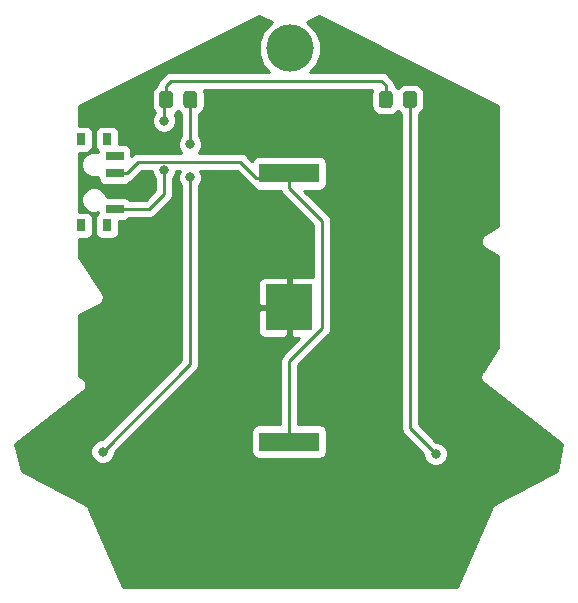
<source format=gbr>
G04 #@! TF.GenerationSoftware,KiCad,Pcbnew,5.0.2+dfsg1-1*
G04 #@! TF.CreationDate,2019-05-16T07:21:41+02:00*
G04 #@! TF.ProjectId,5thpcbway,35746870-6362-4776-9179-2e6b69636164,rev?*
G04 #@! TF.SameCoordinates,Original*
G04 #@! TF.FileFunction,Copper,L2,Bot*
G04 #@! TF.FilePolarity,Positive*
%FSLAX46Y46*%
G04 Gerber Fmt 4.6, Leading zero omitted, Abs format (unit mm)*
G04 Created by KiCad (PCBNEW 5.0.2+dfsg1-1) date jue 16 may 2019 07:21:41 CEST*
%MOMM*%
%LPD*%
G01*
G04 APERTURE LIST*
G04 #@! TA.AperFunction,ComponentPad*
%ADD10C,4.000000*%
G04 #@! TD*
G04 #@! TA.AperFunction,SMDPad,CuDef*
%ADD11R,3.960000X3.960000*%
G04 #@! TD*
G04 #@! TA.AperFunction,SMDPad,CuDef*
%ADD12R,5.100000X1.640000*%
G04 #@! TD*
G04 #@! TA.AperFunction,SMDPad,CuDef*
%ADD13R,1.500000X0.700000*%
G04 #@! TD*
G04 #@! TA.AperFunction,SMDPad,CuDef*
%ADD14R,0.800000X1.000000*%
G04 #@! TD*
G04 #@! TA.AperFunction,Conductor*
%ADD15C,0.100000*%
G04 #@! TD*
G04 #@! TA.AperFunction,SMDPad,CuDef*
%ADD16C,1.150000*%
G04 #@! TD*
G04 #@! TA.AperFunction,ViaPad*
%ADD17C,0.800000*%
G04 #@! TD*
G04 #@! TA.AperFunction,Conductor*
%ADD18C,0.250000*%
G04 #@! TD*
G04 #@! TA.AperFunction,Conductor*
%ADD19C,0.254000*%
G04 #@! TD*
G04 APERTURE END LIST*
D10*
G04 #@! TO.P,REF\002A\002A,1*
G04 #@! TO.N,N/C*
X186650000Y-56650000D03*
G04 #@! TD*
D11*
G04 #@! TO.P,BT1,2*
G04 #@! TO.N,GND*
X186600000Y-78600000D03*
D12*
G04 #@! TO.P,BT1,1*
G04 #@! TO.N,Net-(BT1-Pad1)*
X186600000Y-89960000D03*
X186600000Y-67240000D03*
G04 #@! TD*
D13*
G04 #@! TO.P,SW1,1*
G04 #@! TO.N,Net-(R1-Pad2)*
X171830000Y-70250000D03*
G04 #@! TO.P,SW1,2*
G04 #@! TO.N,Net-(BT1-Pad1)*
X171830000Y-67250000D03*
G04 #@! TO.P,SW1,3*
G04 #@! TO.N,Net-(SW1-Pad3)*
X171830000Y-65750000D03*
D14*
G04 #@! TO.P,SW1,*
G04 #@! TO.N,*
X168970000Y-71650000D03*
X168970000Y-64350000D03*
X171180000Y-64350000D03*
X171180000Y-71650000D03*
G04 #@! TD*
D15*
G04 #@! TO.N,Net-(D2-Pad2)*
G04 #@! TO.C,R2*
G36*
X197174505Y-60301204D02*
X197198773Y-60304804D01*
X197222572Y-60310765D01*
X197245671Y-60319030D01*
X197267850Y-60329520D01*
X197288893Y-60342132D01*
X197308599Y-60356747D01*
X197326777Y-60373223D01*
X197343253Y-60391401D01*
X197357868Y-60411107D01*
X197370480Y-60432150D01*
X197380970Y-60454329D01*
X197389235Y-60477428D01*
X197395196Y-60501227D01*
X197398796Y-60525495D01*
X197400000Y-60549999D01*
X197400000Y-61450001D01*
X197398796Y-61474505D01*
X197395196Y-61498773D01*
X197389235Y-61522572D01*
X197380970Y-61545671D01*
X197370480Y-61567850D01*
X197357868Y-61588893D01*
X197343253Y-61608599D01*
X197326777Y-61626777D01*
X197308599Y-61643253D01*
X197288893Y-61657868D01*
X197267850Y-61670480D01*
X197245671Y-61680970D01*
X197222572Y-61689235D01*
X197198773Y-61695196D01*
X197174505Y-61698796D01*
X197150001Y-61700000D01*
X196499999Y-61700000D01*
X196475495Y-61698796D01*
X196451227Y-61695196D01*
X196427428Y-61689235D01*
X196404329Y-61680970D01*
X196382150Y-61670480D01*
X196361107Y-61657868D01*
X196341401Y-61643253D01*
X196323223Y-61626777D01*
X196306747Y-61608599D01*
X196292132Y-61588893D01*
X196279520Y-61567850D01*
X196269030Y-61545671D01*
X196260765Y-61522572D01*
X196254804Y-61498773D01*
X196251204Y-61474505D01*
X196250000Y-61450001D01*
X196250000Y-60549999D01*
X196251204Y-60525495D01*
X196254804Y-60501227D01*
X196260765Y-60477428D01*
X196269030Y-60454329D01*
X196279520Y-60432150D01*
X196292132Y-60411107D01*
X196306747Y-60391401D01*
X196323223Y-60373223D01*
X196341401Y-60356747D01*
X196361107Y-60342132D01*
X196382150Y-60329520D01*
X196404329Y-60319030D01*
X196427428Y-60310765D01*
X196451227Y-60304804D01*
X196475495Y-60301204D01*
X196499999Y-60300000D01*
X197150001Y-60300000D01*
X197174505Y-60301204D01*
X197174505Y-60301204D01*
G37*
D16*
G04 #@! TD*
G04 #@! TO.P,R2,2*
G04 #@! TO.N,Net-(D2-Pad2)*
X196825000Y-61000000D03*
D15*
G04 #@! TO.N,Net-(R1-Pad2)*
G04 #@! TO.C,R2*
G36*
X195124505Y-60301204D02*
X195148773Y-60304804D01*
X195172572Y-60310765D01*
X195195671Y-60319030D01*
X195217850Y-60329520D01*
X195238893Y-60342132D01*
X195258599Y-60356747D01*
X195276777Y-60373223D01*
X195293253Y-60391401D01*
X195307868Y-60411107D01*
X195320480Y-60432150D01*
X195330970Y-60454329D01*
X195339235Y-60477428D01*
X195345196Y-60501227D01*
X195348796Y-60525495D01*
X195350000Y-60549999D01*
X195350000Y-61450001D01*
X195348796Y-61474505D01*
X195345196Y-61498773D01*
X195339235Y-61522572D01*
X195330970Y-61545671D01*
X195320480Y-61567850D01*
X195307868Y-61588893D01*
X195293253Y-61608599D01*
X195276777Y-61626777D01*
X195258599Y-61643253D01*
X195238893Y-61657868D01*
X195217850Y-61670480D01*
X195195671Y-61680970D01*
X195172572Y-61689235D01*
X195148773Y-61695196D01*
X195124505Y-61698796D01*
X195100001Y-61700000D01*
X194449999Y-61700000D01*
X194425495Y-61698796D01*
X194401227Y-61695196D01*
X194377428Y-61689235D01*
X194354329Y-61680970D01*
X194332150Y-61670480D01*
X194311107Y-61657868D01*
X194291401Y-61643253D01*
X194273223Y-61626777D01*
X194256747Y-61608599D01*
X194242132Y-61588893D01*
X194229520Y-61567850D01*
X194219030Y-61545671D01*
X194210765Y-61522572D01*
X194204804Y-61498773D01*
X194201204Y-61474505D01*
X194200000Y-61450001D01*
X194200000Y-60549999D01*
X194201204Y-60525495D01*
X194204804Y-60501227D01*
X194210765Y-60477428D01*
X194219030Y-60454329D01*
X194229520Y-60432150D01*
X194242132Y-60411107D01*
X194256747Y-60391401D01*
X194273223Y-60373223D01*
X194291401Y-60356747D01*
X194311107Y-60342132D01*
X194332150Y-60329520D01*
X194354329Y-60319030D01*
X194377428Y-60310765D01*
X194401227Y-60304804D01*
X194425495Y-60301204D01*
X194449999Y-60300000D01*
X195100001Y-60300000D01*
X195124505Y-60301204D01*
X195124505Y-60301204D01*
G37*
D16*
G04 #@! TD*
G04 #@! TO.P,R2,1*
G04 #@! TO.N,Net-(R1-Pad2)*
X194775000Y-61000000D03*
D15*
G04 #@! TO.N,Net-(D1-Pad2)*
G04 #@! TO.C,R1*
G36*
X178574505Y-60301204D02*
X178598773Y-60304804D01*
X178622572Y-60310765D01*
X178645671Y-60319030D01*
X178667850Y-60329520D01*
X178688893Y-60342132D01*
X178708599Y-60356747D01*
X178726777Y-60373223D01*
X178743253Y-60391401D01*
X178757868Y-60411107D01*
X178770480Y-60432150D01*
X178780970Y-60454329D01*
X178789235Y-60477428D01*
X178795196Y-60501227D01*
X178798796Y-60525495D01*
X178800000Y-60549999D01*
X178800000Y-61450001D01*
X178798796Y-61474505D01*
X178795196Y-61498773D01*
X178789235Y-61522572D01*
X178780970Y-61545671D01*
X178770480Y-61567850D01*
X178757868Y-61588893D01*
X178743253Y-61608599D01*
X178726777Y-61626777D01*
X178708599Y-61643253D01*
X178688893Y-61657868D01*
X178667850Y-61670480D01*
X178645671Y-61680970D01*
X178622572Y-61689235D01*
X178598773Y-61695196D01*
X178574505Y-61698796D01*
X178550001Y-61700000D01*
X177899999Y-61700000D01*
X177875495Y-61698796D01*
X177851227Y-61695196D01*
X177827428Y-61689235D01*
X177804329Y-61680970D01*
X177782150Y-61670480D01*
X177761107Y-61657868D01*
X177741401Y-61643253D01*
X177723223Y-61626777D01*
X177706747Y-61608599D01*
X177692132Y-61588893D01*
X177679520Y-61567850D01*
X177669030Y-61545671D01*
X177660765Y-61522572D01*
X177654804Y-61498773D01*
X177651204Y-61474505D01*
X177650000Y-61450001D01*
X177650000Y-60549999D01*
X177651204Y-60525495D01*
X177654804Y-60501227D01*
X177660765Y-60477428D01*
X177669030Y-60454329D01*
X177679520Y-60432150D01*
X177692132Y-60411107D01*
X177706747Y-60391401D01*
X177723223Y-60373223D01*
X177741401Y-60356747D01*
X177761107Y-60342132D01*
X177782150Y-60329520D01*
X177804329Y-60319030D01*
X177827428Y-60310765D01*
X177851227Y-60304804D01*
X177875495Y-60301204D01*
X177899999Y-60300000D01*
X178550001Y-60300000D01*
X178574505Y-60301204D01*
X178574505Y-60301204D01*
G37*
D16*
G04 #@! TD*
G04 #@! TO.P,R1,1*
G04 #@! TO.N,Net-(D1-Pad2)*
X178225000Y-61000000D03*
D15*
G04 #@! TO.N,Net-(R1-Pad2)*
G04 #@! TO.C,R1*
G36*
X176524505Y-60301204D02*
X176548773Y-60304804D01*
X176572572Y-60310765D01*
X176595671Y-60319030D01*
X176617850Y-60329520D01*
X176638893Y-60342132D01*
X176658599Y-60356747D01*
X176676777Y-60373223D01*
X176693253Y-60391401D01*
X176707868Y-60411107D01*
X176720480Y-60432150D01*
X176730970Y-60454329D01*
X176739235Y-60477428D01*
X176745196Y-60501227D01*
X176748796Y-60525495D01*
X176750000Y-60549999D01*
X176750000Y-61450001D01*
X176748796Y-61474505D01*
X176745196Y-61498773D01*
X176739235Y-61522572D01*
X176730970Y-61545671D01*
X176720480Y-61567850D01*
X176707868Y-61588893D01*
X176693253Y-61608599D01*
X176676777Y-61626777D01*
X176658599Y-61643253D01*
X176638893Y-61657868D01*
X176617850Y-61670480D01*
X176595671Y-61680970D01*
X176572572Y-61689235D01*
X176548773Y-61695196D01*
X176524505Y-61698796D01*
X176500001Y-61700000D01*
X175849999Y-61700000D01*
X175825495Y-61698796D01*
X175801227Y-61695196D01*
X175777428Y-61689235D01*
X175754329Y-61680970D01*
X175732150Y-61670480D01*
X175711107Y-61657868D01*
X175691401Y-61643253D01*
X175673223Y-61626777D01*
X175656747Y-61608599D01*
X175642132Y-61588893D01*
X175629520Y-61567850D01*
X175619030Y-61545671D01*
X175610765Y-61522572D01*
X175604804Y-61498773D01*
X175601204Y-61474505D01*
X175600000Y-61450001D01*
X175600000Y-60549999D01*
X175601204Y-60525495D01*
X175604804Y-60501227D01*
X175610765Y-60477428D01*
X175619030Y-60454329D01*
X175629520Y-60432150D01*
X175642132Y-60411107D01*
X175656747Y-60391401D01*
X175673223Y-60373223D01*
X175691401Y-60356747D01*
X175711107Y-60342132D01*
X175732150Y-60329520D01*
X175754329Y-60319030D01*
X175777428Y-60310765D01*
X175801227Y-60304804D01*
X175825495Y-60301204D01*
X175849999Y-60300000D01*
X176500001Y-60300000D01*
X176524505Y-60301204D01*
X176524505Y-60301204D01*
G37*
D16*
G04 #@! TD*
G04 #@! TO.P,R1,2*
G04 #@! TO.N,Net-(R1-Pad2)*
X176175000Y-61000000D03*
D17*
G04 #@! TO.N,Net-(D1-Pad2)*
X170800000Y-90800000D03*
X178200000Y-64800000D03*
X178200000Y-67599990D03*
G04 #@! TO.N,Net-(R1-Pad2)*
X176000000Y-62800000D03*
X176000000Y-67000000D03*
G04 #@! TO.N,Net-(D2-Pad2)*
X199000000Y-91000000D03*
G04 #@! TO.N,GND*
X205000000Y-92999998D03*
X168800000Y-93400000D03*
G04 #@! TD*
D18*
G04 #@! TO.N,Net-(D1-Pad2)*
X178225000Y-61000000D02*
X178225000Y-64775000D01*
X178225000Y-64775000D02*
X178200000Y-64800000D01*
X178200000Y-83400000D02*
X178200000Y-68165675D01*
X178200000Y-68165675D02*
X178200000Y-67599990D01*
X170800000Y-90800000D02*
X178200000Y-83400000D01*
G04 #@! TO.N,Net-(R1-Pad2)*
X176000000Y-61175000D02*
X176175000Y-61000000D01*
X176000000Y-62800000D02*
X176000000Y-61175000D01*
X176175000Y-59825000D02*
X176175000Y-61000000D01*
X176600000Y-59400000D02*
X176175000Y-59825000D01*
X194400000Y-59400000D02*
X176600000Y-59400000D01*
X194775000Y-61000000D02*
X194775000Y-59775000D01*
X194775000Y-59775000D02*
X194400000Y-59400000D01*
X176000000Y-69000000D02*
X176000000Y-67000000D01*
X176000000Y-69000000D02*
X174750000Y-70250000D01*
X174750000Y-70250000D02*
X171830000Y-70250000D01*
G04 #@! TO.N,Net-(D2-Pad2)*
X196825000Y-61000000D02*
X196825000Y-88825000D01*
X198600001Y-90600001D02*
X199000000Y-91000000D01*
X196825000Y-88825000D02*
X198600001Y-90600001D01*
G04 #@! TO.N,GND*
X179200000Y-89800000D02*
X182399998Y-92999998D01*
X182399998Y-92999998D02*
X204434315Y-92999998D01*
X204434315Y-92999998D02*
X205000000Y-92999998D01*
X186600000Y-78600000D02*
X186600000Y-80830000D01*
X179200000Y-88230000D02*
X179200000Y-89800000D01*
X186600000Y-80830000D02*
X179200000Y-88230000D01*
X175000000Y-93400000D02*
X169365685Y-93400000D01*
X169365685Y-93400000D02*
X168800000Y-93400000D01*
X186600000Y-81800000D02*
X175000000Y-93400000D01*
X186600000Y-78600000D02*
X186600000Y-81800000D01*
G04 #@! TO.N,Net-(BT1-Pad1)*
X171830000Y-67250000D02*
X172230000Y-67250000D01*
X182469999Y-66274999D02*
X183810000Y-67615000D01*
X173805001Y-66274999D02*
X182469999Y-66274999D01*
X171830000Y-67250000D02*
X172830000Y-67250000D01*
X172830000Y-67250000D02*
X173805001Y-66274999D01*
X186230000Y-67615000D02*
X186600000Y-67245000D01*
X183810000Y-67615000D02*
X186230000Y-67615000D01*
X186600000Y-68500000D02*
X186600000Y-67245000D01*
X189390000Y-71290000D02*
X186600000Y-68500000D01*
X189390000Y-80355002D02*
X189390000Y-71290000D01*
X186600000Y-83145002D02*
X189390000Y-80355002D01*
X186600000Y-83145002D02*
X186600000Y-89955000D01*
G04 #@! TD*
D19*
G04 #@! TO.N,GND*
G36*
X185126428Y-54447119D02*
X184416155Y-55157392D01*
X184015000Y-56125866D01*
X184015000Y-57174134D01*
X184416155Y-58142608D01*
X184913547Y-58640000D01*
X176674848Y-58640000D01*
X176600000Y-58625112D01*
X176525152Y-58640000D01*
X176525148Y-58640000D01*
X176351605Y-58674520D01*
X176303462Y-58684096D01*
X176209718Y-58746734D01*
X176052071Y-58852071D01*
X176009669Y-58915530D01*
X175690530Y-59234669D01*
X175627071Y-59277071D01*
X175459096Y-59528464D01*
X175415000Y-59750149D01*
X175415000Y-59750153D01*
X175407682Y-59786944D01*
X175215414Y-59915414D01*
X175020873Y-60206564D01*
X174952560Y-60549999D01*
X174952560Y-61450001D01*
X175020873Y-61793436D01*
X175215414Y-62084586D01*
X175237168Y-62099121D01*
X175122569Y-62213720D01*
X174965000Y-62594126D01*
X174965000Y-63005874D01*
X175122569Y-63386280D01*
X175413720Y-63677431D01*
X175794126Y-63835000D01*
X176205874Y-63835000D01*
X176586280Y-63677431D01*
X176877431Y-63386280D01*
X177035000Y-63005874D01*
X177035000Y-62594126D01*
X176891281Y-62247158D01*
X177134586Y-62084586D01*
X177200000Y-61986687D01*
X177265414Y-62084586D01*
X177465000Y-62217946D01*
X177465001Y-64071288D01*
X177322569Y-64213720D01*
X177165000Y-64594126D01*
X177165000Y-65005874D01*
X177322569Y-65386280D01*
X177451288Y-65514999D01*
X173879849Y-65514999D01*
X173805001Y-65500111D01*
X173730153Y-65514999D01*
X173730149Y-65514999D01*
X173508464Y-65559095D01*
X173257072Y-65727070D01*
X173227440Y-65771417D01*
X173227440Y-65400000D01*
X173178157Y-65152235D01*
X173037809Y-64942191D01*
X172827765Y-64801843D01*
X172580000Y-64752560D01*
X172227440Y-64752560D01*
X172227440Y-63850000D01*
X172178157Y-63602235D01*
X172037809Y-63392191D01*
X171827765Y-63251843D01*
X171580000Y-63202560D01*
X170780000Y-63202560D01*
X170532235Y-63251843D01*
X170322191Y-63392191D01*
X170181843Y-63602235D01*
X170132560Y-63850000D01*
X170132560Y-64850000D01*
X170181843Y-65097765D01*
X170322191Y-65307809D01*
X170435798Y-65383720D01*
X170432560Y-65400000D01*
X170432560Y-65475782D01*
X170285820Y-65415000D01*
X169854180Y-65415000D01*
X169455397Y-65580182D01*
X169150182Y-65885397D01*
X168985000Y-66284180D01*
X168985000Y-66715820D01*
X169150182Y-67114603D01*
X169455397Y-67419818D01*
X169854180Y-67585000D01*
X170285820Y-67585000D01*
X170432560Y-67524218D01*
X170432560Y-67600000D01*
X170481843Y-67847765D01*
X170622191Y-68057809D01*
X170832235Y-68198157D01*
X171080000Y-68247440D01*
X172580000Y-68247440D01*
X172827765Y-68198157D01*
X173037809Y-68057809D01*
X173095031Y-67972171D01*
X173126537Y-67965904D01*
X173377929Y-67797929D01*
X173420331Y-67734470D01*
X174119803Y-67034999D01*
X174965000Y-67034999D01*
X174965000Y-67205874D01*
X175122569Y-67586280D01*
X175240001Y-67703712D01*
X175240000Y-68685198D01*
X174435199Y-69490000D01*
X173069754Y-69490000D01*
X173037809Y-69442191D01*
X172827765Y-69301843D01*
X172580000Y-69252560D01*
X171141903Y-69252560D01*
X170989818Y-68885397D01*
X170684603Y-68580182D01*
X170285820Y-68415000D01*
X169854180Y-68415000D01*
X169455397Y-68580182D01*
X169150182Y-68885397D01*
X168985000Y-69284180D01*
X168985000Y-69715820D01*
X169150182Y-70114603D01*
X169455397Y-70419818D01*
X169854180Y-70585000D01*
X170285820Y-70585000D01*
X170432560Y-70524218D01*
X170432560Y-70600000D01*
X170435798Y-70616280D01*
X170322191Y-70692191D01*
X170181843Y-70902235D01*
X170132560Y-71150000D01*
X170132560Y-72150000D01*
X170181843Y-72397765D01*
X170322191Y-72607809D01*
X170532235Y-72748157D01*
X170780000Y-72797440D01*
X171580000Y-72797440D01*
X171827765Y-72748157D01*
X172037809Y-72607809D01*
X172178157Y-72397765D01*
X172227440Y-72150000D01*
X172227440Y-71247440D01*
X172580000Y-71247440D01*
X172827765Y-71198157D01*
X173037809Y-71057809D01*
X173069754Y-71010000D01*
X174675153Y-71010000D01*
X174750000Y-71024888D01*
X174824847Y-71010000D01*
X174824852Y-71010000D01*
X175046537Y-70965904D01*
X175297929Y-70797929D01*
X175340331Y-70734470D01*
X176484473Y-69590329D01*
X176547929Y-69547929D01*
X176715904Y-69296537D01*
X176760000Y-69074852D01*
X176760000Y-69074847D01*
X176774888Y-69000000D01*
X176760000Y-68925153D01*
X176760000Y-67703711D01*
X176877431Y-67586280D01*
X177035000Y-67205874D01*
X177035000Y-67034999D01*
X177313751Y-67034999D01*
X177165000Y-67394116D01*
X177165000Y-67805864D01*
X177322569Y-68186270D01*
X177440001Y-68303702D01*
X177440000Y-83085197D01*
X170760199Y-89765000D01*
X170594126Y-89765000D01*
X170213720Y-89922569D01*
X169922569Y-90213720D01*
X169765000Y-90594126D01*
X169765000Y-91005874D01*
X169922569Y-91386280D01*
X170213720Y-91677431D01*
X170594126Y-91835000D01*
X171005874Y-91835000D01*
X171386280Y-91677431D01*
X171677431Y-91386280D01*
X171835000Y-91005874D01*
X171835000Y-90839801D01*
X178684476Y-83990327D01*
X178747929Y-83947929D01*
X178790327Y-83884476D01*
X178790329Y-83884474D01*
X178915903Y-83696538D01*
X178915904Y-83696537D01*
X178960000Y-83474852D01*
X178960000Y-83474848D01*
X178974888Y-83400001D01*
X178960000Y-83325154D01*
X178960000Y-78885750D01*
X183985000Y-78885750D01*
X183985000Y-80706309D01*
X184081673Y-80939698D01*
X184260301Y-81118327D01*
X184493690Y-81215000D01*
X186314250Y-81215000D01*
X186473000Y-81056250D01*
X186473000Y-78727000D01*
X184143750Y-78727000D01*
X183985000Y-78885750D01*
X178960000Y-78885750D01*
X178960000Y-76493691D01*
X183985000Y-76493691D01*
X183985000Y-78314250D01*
X184143750Y-78473000D01*
X186473000Y-78473000D01*
X186473000Y-76143750D01*
X186314250Y-75985000D01*
X184493690Y-75985000D01*
X184260301Y-76081673D01*
X184081673Y-76260302D01*
X183985000Y-76493691D01*
X178960000Y-76493691D01*
X178960000Y-68303701D01*
X179077431Y-68186270D01*
X179235000Y-67805864D01*
X179235000Y-67394116D01*
X179086249Y-67034999D01*
X182155198Y-67034999D01*
X183219671Y-68099473D01*
X183262071Y-68162929D01*
X183447706Y-68286966D01*
X183451843Y-68307765D01*
X183592191Y-68517809D01*
X183802235Y-68658157D01*
X184050000Y-68707440D01*
X185866374Y-68707440D01*
X185884096Y-68796536D01*
X186052071Y-69047929D01*
X186115530Y-69090331D01*
X188630001Y-71604803D01*
X188630000Y-75985000D01*
X186885750Y-75985000D01*
X186727000Y-76143750D01*
X186727000Y-78473000D01*
X186747000Y-78473000D01*
X186747000Y-78727000D01*
X186727000Y-78727000D01*
X186727000Y-81056250D01*
X186885750Y-81215000D01*
X187455201Y-81215000D01*
X186115530Y-82554671D01*
X186052071Y-82597073D01*
X185884096Y-82848466D01*
X185840000Y-83070151D01*
X185840000Y-83070155D01*
X185825112Y-83145002D01*
X185840000Y-83219849D01*
X185840001Y-88492560D01*
X184050000Y-88492560D01*
X183802235Y-88541843D01*
X183592191Y-88682191D01*
X183451843Y-88892235D01*
X183402560Y-89140000D01*
X183402560Y-90780000D01*
X183451843Y-91027765D01*
X183592191Y-91237809D01*
X183802235Y-91378157D01*
X184050000Y-91427440D01*
X189150000Y-91427440D01*
X189397765Y-91378157D01*
X189607809Y-91237809D01*
X189748157Y-91027765D01*
X189797440Y-90780000D01*
X189797440Y-89140000D01*
X189748157Y-88892235D01*
X189607809Y-88682191D01*
X189397765Y-88541843D01*
X189150000Y-88492560D01*
X187360000Y-88492560D01*
X187360000Y-83459803D01*
X189874473Y-80945331D01*
X189937929Y-80902931D01*
X190069308Y-80706309D01*
X190105904Y-80651540D01*
X190115480Y-80603397D01*
X190150000Y-80429854D01*
X190150000Y-80429850D01*
X190164888Y-80355002D01*
X190150000Y-80280154D01*
X190150000Y-71364848D01*
X190164888Y-71290000D01*
X190150000Y-71215152D01*
X190150000Y-71215148D01*
X190112155Y-71024888D01*
X190105904Y-70993462D01*
X189980329Y-70805527D01*
X189937929Y-70742071D01*
X189874473Y-70699671D01*
X187882241Y-68707440D01*
X189150000Y-68707440D01*
X189397765Y-68658157D01*
X189607809Y-68517809D01*
X189748157Y-68307765D01*
X189797440Y-68060000D01*
X189797440Y-66420000D01*
X189748157Y-66172235D01*
X189607809Y-65962191D01*
X189397765Y-65821843D01*
X189150000Y-65772560D01*
X184050000Y-65772560D01*
X183802235Y-65821843D01*
X183592191Y-65962191D01*
X183451843Y-66172235D01*
X183450216Y-66180415D01*
X183060330Y-65790529D01*
X183017928Y-65727070D01*
X182766536Y-65559095D01*
X182544851Y-65514999D01*
X182544846Y-65514999D01*
X182469999Y-65500111D01*
X182395152Y-65514999D01*
X178948712Y-65514999D01*
X179077431Y-65386280D01*
X179235000Y-65005874D01*
X179235000Y-64594126D01*
X179077431Y-64213720D01*
X178985000Y-64121289D01*
X178985000Y-62217946D01*
X179184586Y-62084586D01*
X179379127Y-61793436D01*
X179447440Y-61450001D01*
X179447440Y-60549999D01*
X179379127Y-60206564D01*
X179348014Y-60160000D01*
X193651986Y-60160000D01*
X193620873Y-60206564D01*
X193552560Y-60549999D01*
X193552560Y-61450001D01*
X193620873Y-61793436D01*
X193815414Y-62084586D01*
X194106564Y-62279127D01*
X194449999Y-62347440D01*
X195100001Y-62347440D01*
X195443436Y-62279127D01*
X195734586Y-62084586D01*
X195800000Y-61986687D01*
X195865414Y-62084586D01*
X196065000Y-62217946D01*
X196065001Y-88750148D01*
X196050112Y-88825000D01*
X196109097Y-89121537D01*
X196194140Y-89248812D01*
X196277072Y-89372929D01*
X196340528Y-89415329D01*
X197965000Y-91039803D01*
X197965000Y-91205874D01*
X198122569Y-91586280D01*
X198413720Y-91877431D01*
X198794126Y-92035000D01*
X199205874Y-92035000D01*
X199586280Y-91877431D01*
X199877431Y-91586280D01*
X200035000Y-91205874D01*
X200035000Y-90794126D01*
X199877431Y-90413720D01*
X199586280Y-90122569D01*
X199205874Y-89965000D01*
X199039803Y-89965000D01*
X197585000Y-88510199D01*
X197585000Y-62217946D01*
X197784586Y-62084586D01*
X197979127Y-61793436D01*
X198047440Y-61450001D01*
X198047440Y-60549999D01*
X197979127Y-60206564D01*
X197784586Y-59915414D01*
X197493436Y-59720873D01*
X197150001Y-59652560D01*
X196499999Y-59652560D01*
X196156564Y-59720873D01*
X195865414Y-59915414D01*
X195800000Y-60013313D01*
X195734586Y-59915414D01*
X195546903Y-59790007D01*
X195549888Y-59774999D01*
X195535000Y-59700152D01*
X195535000Y-59700148D01*
X195490904Y-59478463D01*
X195322929Y-59227071D01*
X195259470Y-59184669D01*
X194990331Y-58915530D01*
X194947929Y-58852071D01*
X194696537Y-58684096D01*
X194474852Y-58640000D01*
X194474847Y-58640000D01*
X194400000Y-58625112D01*
X194325153Y-58640000D01*
X188386453Y-58640000D01*
X188883845Y-58142608D01*
X189285000Y-57174134D01*
X189285000Y-56125866D01*
X188883845Y-55157392D01*
X188142608Y-54416155D01*
X188121557Y-54407436D01*
X189094844Y-53931952D01*
X204312487Y-61513815D01*
X204312486Y-71738408D01*
X203215086Y-72347024D01*
X203090034Y-72414612D01*
X203040934Y-72475008D01*
X202981536Y-72525315D01*
X202949600Y-72587356D01*
X202905585Y-72641498D01*
X202883335Y-72716088D01*
X202847711Y-72785294D01*
X202841948Y-72854832D01*
X202822002Y-72921699D01*
X202829990Y-72999126D01*
X202823562Y-73076694D01*
X202844849Y-73143145D01*
X202852010Y-73212554D01*
X202889018Y-73281027D01*
X202912765Y-73355157D01*
X202957864Y-73408406D01*
X202991039Y-73469787D01*
X203051435Y-73518886D01*
X203101742Y-73578285D01*
X203228113Y-73643335D01*
X204312487Y-74216504D01*
X204312486Y-81966343D01*
X202970797Y-83977812D01*
X202933722Y-84010361D01*
X202890372Y-84098386D01*
X202876880Y-84118613D01*
X202858458Y-84163188D01*
X202804537Y-84272678D01*
X202802919Y-84297577D01*
X202793389Y-84320636D01*
X202793487Y-84442676D01*
X202785571Y-84564461D01*
X202793604Y-84588084D01*
X202793624Y-84613035D01*
X202840418Y-84725750D01*
X202879709Y-84841294D01*
X202896170Y-84860044D01*
X202905737Y-84883088D01*
X202992105Y-84969318D01*
X203023927Y-85005565D01*
X203043224Y-85020355D01*
X203112661Y-85089682D01*
X203158258Y-85108526D01*
X209738536Y-90152129D01*
X209236504Y-92438696D01*
X204148120Y-95137017D01*
X204117439Y-95142508D01*
X204019787Y-95205071D01*
X203982541Y-95224822D01*
X203958984Y-95244025D01*
X203871233Y-95300245D01*
X203846563Y-95335671D01*
X203813110Y-95362941D01*
X203763689Y-95454673D01*
X203746311Y-95479628D01*
X203729423Y-95518278D01*
X203674426Y-95620360D01*
X203671269Y-95651363D01*
X200773321Y-102283428D01*
X172525815Y-102283428D01*
X169626102Y-95647329D01*
X169622087Y-95611995D01*
X169567978Y-95514309D01*
X169552818Y-95479616D01*
X169532988Y-95451141D01*
X169480406Y-95356213D01*
X169450058Y-95332058D01*
X169427895Y-95300233D01*
X169336534Y-95241701D01*
X169309373Y-95220082D01*
X169275705Y-95202729D01*
X169181690Y-95142496D01*
X169146689Y-95136232D01*
X163975689Y-92471012D01*
X163407498Y-90145711D01*
X169082357Y-85796311D01*
X169165665Y-85748926D01*
X169241957Y-85650816D01*
X169323981Y-85557392D01*
X169331268Y-85535964D01*
X169345159Y-85518101D01*
X169378100Y-85398257D01*
X169418126Y-85280562D01*
X169416658Y-85257976D01*
X169422656Y-85236156D01*
X169407226Y-85112818D01*
X169399166Y-84988777D01*
X169389168Y-84968475D01*
X169386359Y-84946018D01*
X169324901Y-84837968D01*
X169269988Y-84726457D01*
X169252982Y-84711526D01*
X169241793Y-84691855D01*
X169143668Y-84615551D01*
X169050258Y-84533540D01*
X168959512Y-84502679D01*
X168825918Y-84435724D01*
X168825918Y-79267125D01*
X170465246Y-78405808D01*
X170564437Y-78366614D01*
X170645999Y-78287683D01*
X170734263Y-78216290D01*
X170750353Y-78186695D01*
X170774557Y-78163272D01*
X170819706Y-78059135D01*
X170873929Y-77959402D01*
X170877469Y-77925902D01*
X170890867Y-77894999D01*
X170892727Y-77781507D01*
X170904656Y-77668620D01*
X170895107Y-77636316D01*
X170895659Y-77602638D01*
X170853946Y-77497072D01*
X170821767Y-77388213D01*
X170754686Y-77305280D01*
X168825914Y-74313656D01*
X168825914Y-72797440D01*
X169370000Y-72797440D01*
X169617765Y-72748157D01*
X169827809Y-72607809D01*
X169968157Y-72397765D01*
X170017440Y-72150000D01*
X170017440Y-71150000D01*
X169968157Y-70902235D01*
X169827809Y-70692191D01*
X169617765Y-70551843D01*
X169370000Y-70502560D01*
X168825914Y-70502560D01*
X168825914Y-65497440D01*
X169370000Y-65497440D01*
X169617765Y-65448157D01*
X169827809Y-65307809D01*
X169968157Y-65097765D01*
X170017440Y-64850000D01*
X170017440Y-63850000D01*
X169968157Y-63602235D01*
X169827809Y-63392191D01*
X169617765Y-63251843D01*
X169370000Y-63202560D01*
X168825914Y-63202560D01*
X168825914Y-61513821D01*
X184047084Y-53930575D01*
X185126428Y-54447119D01*
X185126428Y-54447119D01*
G37*
X185126428Y-54447119D02*
X184416155Y-55157392D01*
X184015000Y-56125866D01*
X184015000Y-57174134D01*
X184416155Y-58142608D01*
X184913547Y-58640000D01*
X176674848Y-58640000D01*
X176600000Y-58625112D01*
X176525152Y-58640000D01*
X176525148Y-58640000D01*
X176351605Y-58674520D01*
X176303462Y-58684096D01*
X176209718Y-58746734D01*
X176052071Y-58852071D01*
X176009669Y-58915530D01*
X175690530Y-59234669D01*
X175627071Y-59277071D01*
X175459096Y-59528464D01*
X175415000Y-59750149D01*
X175415000Y-59750153D01*
X175407682Y-59786944D01*
X175215414Y-59915414D01*
X175020873Y-60206564D01*
X174952560Y-60549999D01*
X174952560Y-61450001D01*
X175020873Y-61793436D01*
X175215414Y-62084586D01*
X175237168Y-62099121D01*
X175122569Y-62213720D01*
X174965000Y-62594126D01*
X174965000Y-63005874D01*
X175122569Y-63386280D01*
X175413720Y-63677431D01*
X175794126Y-63835000D01*
X176205874Y-63835000D01*
X176586280Y-63677431D01*
X176877431Y-63386280D01*
X177035000Y-63005874D01*
X177035000Y-62594126D01*
X176891281Y-62247158D01*
X177134586Y-62084586D01*
X177200000Y-61986687D01*
X177265414Y-62084586D01*
X177465000Y-62217946D01*
X177465001Y-64071288D01*
X177322569Y-64213720D01*
X177165000Y-64594126D01*
X177165000Y-65005874D01*
X177322569Y-65386280D01*
X177451288Y-65514999D01*
X173879849Y-65514999D01*
X173805001Y-65500111D01*
X173730153Y-65514999D01*
X173730149Y-65514999D01*
X173508464Y-65559095D01*
X173257072Y-65727070D01*
X173227440Y-65771417D01*
X173227440Y-65400000D01*
X173178157Y-65152235D01*
X173037809Y-64942191D01*
X172827765Y-64801843D01*
X172580000Y-64752560D01*
X172227440Y-64752560D01*
X172227440Y-63850000D01*
X172178157Y-63602235D01*
X172037809Y-63392191D01*
X171827765Y-63251843D01*
X171580000Y-63202560D01*
X170780000Y-63202560D01*
X170532235Y-63251843D01*
X170322191Y-63392191D01*
X170181843Y-63602235D01*
X170132560Y-63850000D01*
X170132560Y-64850000D01*
X170181843Y-65097765D01*
X170322191Y-65307809D01*
X170435798Y-65383720D01*
X170432560Y-65400000D01*
X170432560Y-65475782D01*
X170285820Y-65415000D01*
X169854180Y-65415000D01*
X169455397Y-65580182D01*
X169150182Y-65885397D01*
X168985000Y-66284180D01*
X168985000Y-66715820D01*
X169150182Y-67114603D01*
X169455397Y-67419818D01*
X169854180Y-67585000D01*
X170285820Y-67585000D01*
X170432560Y-67524218D01*
X170432560Y-67600000D01*
X170481843Y-67847765D01*
X170622191Y-68057809D01*
X170832235Y-68198157D01*
X171080000Y-68247440D01*
X172580000Y-68247440D01*
X172827765Y-68198157D01*
X173037809Y-68057809D01*
X173095031Y-67972171D01*
X173126537Y-67965904D01*
X173377929Y-67797929D01*
X173420331Y-67734470D01*
X174119803Y-67034999D01*
X174965000Y-67034999D01*
X174965000Y-67205874D01*
X175122569Y-67586280D01*
X175240001Y-67703712D01*
X175240000Y-68685198D01*
X174435199Y-69490000D01*
X173069754Y-69490000D01*
X173037809Y-69442191D01*
X172827765Y-69301843D01*
X172580000Y-69252560D01*
X171141903Y-69252560D01*
X170989818Y-68885397D01*
X170684603Y-68580182D01*
X170285820Y-68415000D01*
X169854180Y-68415000D01*
X169455397Y-68580182D01*
X169150182Y-68885397D01*
X168985000Y-69284180D01*
X168985000Y-69715820D01*
X169150182Y-70114603D01*
X169455397Y-70419818D01*
X169854180Y-70585000D01*
X170285820Y-70585000D01*
X170432560Y-70524218D01*
X170432560Y-70600000D01*
X170435798Y-70616280D01*
X170322191Y-70692191D01*
X170181843Y-70902235D01*
X170132560Y-71150000D01*
X170132560Y-72150000D01*
X170181843Y-72397765D01*
X170322191Y-72607809D01*
X170532235Y-72748157D01*
X170780000Y-72797440D01*
X171580000Y-72797440D01*
X171827765Y-72748157D01*
X172037809Y-72607809D01*
X172178157Y-72397765D01*
X172227440Y-72150000D01*
X172227440Y-71247440D01*
X172580000Y-71247440D01*
X172827765Y-71198157D01*
X173037809Y-71057809D01*
X173069754Y-71010000D01*
X174675153Y-71010000D01*
X174750000Y-71024888D01*
X174824847Y-71010000D01*
X174824852Y-71010000D01*
X175046537Y-70965904D01*
X175297929Y-70797929D01*
X175340331Y-70734470D01*
X176484473Y-69590329D01*
X176547929Y-69547929D01*
X176715904Y-69296537D01*
X176760000Y-69074852D01*
X176760000Y-69074847D01*
X176774888Y-69000000D01*
X176760000Y-68925153D01*
X176760000Y-67703711D01*
X176877431Y-67586280D01*
X177035000Y-67205874D01*
X177035000Y-67034999D01*
X177313751Y-67034999D01*
X177165000Y-67394116D01*
X177165000Y-67805864D01*
X177322569Y-68186270D01*
X177440001Y-68303702D01*
X177440000Y-83085197D01*
X170760199Y-89765000D01*
X170594126Y-89765000D01*
X170213720Y-89922569D01*
X169922569Y-90213720D01*
X169765000Y-90594126D01*
X169765000Y-91005874D01*
X169922569Y-91386280D01*
X170213720Y-91677431D01*
X170594126Y-91835000D01*
X171005874Y-91835000D01*
X171386280Y-91677431D01*
X171677431Y-91386280D01*
X171835000Y-91005874D01*
X171835000Y-90839801D01*
X178684476Y-83990327D01*
X178747929Y-83947929D01*
X178790327Y-83884476D01*
X178790329Y-83884474D01*
X178915903Y-83696538D01*
X178915904Y-83696537D01*
X178960000Y-83474852D01*
X178960000Y-83474848D01*
X178974888Y-83400001D01*
X178960000Y-83325154D01*
X178960000Y-78885750D01*
X183985000Y-78885750D01*
X183985000Y-80706309D01*
X184081673Y-80939698D01*
X184260301Y-81118327D01*
X184493690Y-81215000D01*
X186314250Y-81215000D01*
X186473000Y-81056250D01*
X186473000Y-78727000D01*
X184143750Y-78727000D01*
X183985000Y-78885750D01*
X178960000Y-78885750D01*
X178960000Y-76493691D01*
X183985000Y-76493691D01*
X183985000Y-78314250D01*
X184143750Y-78473000D01*
X186473000Y-78473000D01*
X186473000Y-76143750D01*
X186314250Y-75985000D01*
X184493690Y-75985000D01*
X184260301Y-76081673D01*
X184081673Y-76260302D01*
X183985000Y-76493691D01*
X178960000Y-76493691D01*
X178960000Y-68303701D01*
X179077431Y-68186270D01*
X179235000Y-67805864D01*
X179235000Y-67394116D01*
X179086249Y-67034999D01*
X182155198Y-67034999D01*
X183219671Y-68099473D01*
X183262071Y-68162929D01*
X183447706Y-68286966D01*
X183451843Y-68307765D01*
X183592191Y-68517809D01*
X183802235Y-68658157D01*
X184050000Y-68707440D01*
X185866374Y-68707440D01*
X185884096Y-68796536D01*
X186052071Y-69047929D01*
X186115530Y-69090331D01*
X188630001Y-71604803D01*
X188630000Y-75985000D01*
X186885750Y-75985000D01*
X186727000Y-76143750D01*
X186727000Y-78473000D01*
X186747000Y-78473000D01*
X186747000Y-78727000D01*
X186727000Y-78727000D01*
X186727000Y-81056250D01*
X186885750Y-81215000D01*
X187455201Y-81215000D01*
X186115530Y-82554671D01*
X186052071Y-82597073D01*
X185884096Y-82848466D01*
X185840000Y-83070151D01*
X185840000Y-83070155D01*
X185825112Y-83145002D01*
X185840000Y-83219849D01*
X185840001Y-88492560D01*
X184050000Y-88492560D01*
X183802235Y-88541843D01*
X183592191Y-88682191D01*
X183451843Y-88892235D01*
X183402560Y-89140000D01*
X183402560Y-90780000D01*
X183451843Y-91027765D01*
X183592191Y-91237809D01*
X183802235Y-91378157D01*
X184050000Y-91427440D01*
X189150000Y-91427440D01*
X189397765Y-91378157D01*
X189607809Y-91237809D01*
X189748157Y-91027765D01*
X189797440Y-90780000D01*
X189797440Y-89140000D01*
X189748157Y-88892235D01*
X189607809Y-88682191D01*
X189397765Y-88541843D01*
X189150000Y-88492560D01*
X187360000Y-88492560D01*
X187360000Y-83459803D01*
X189874473Y-80945331D01*
X189937929Y-80902931D01*
X190069308Y-80706309D01*
X190105904Y-80651540D01*
X190115480Y-80603397D01*
X190150000Y-80429854D01*
X190150000Y-80429850D01*
X190164888Y-80355002D01*
X190150000Y-80280154D01*
X190150000Y-71364848D01*
X190164888Y-71290000D01*
X190150000Y-71215152D01*
X190150000Y-71215148D01*
X190112155Y-71024888D01*
X190105904Y-70993462D01*
X189980329Y-70805527D01*
X189937929Y-70742071D01*
X189874473Y-70699671D01*
X187882241Y-68707440D01*
X189150000Y-68707440D01*
X189397765Y-68658157D01*
X189607809Y-68517809D01*
X189748157Y-68307765D01*
X189797440Y-68060000D01*
X189797440Y-66420000D01*
X189748157Y-66172235D01*
X189607809Y-65962191D01*
X189397765Y-65821843D01*
X189150000Y-65772560D01*
X184050000Y-65772560D01*
X183802235Y-65821843D01*
X183592191Y-65962191D01*
X183451843Y-66172235D01*
X183450216Y-66180415D01*
X183060330Y-65790529D01*
X183017928Y-65727070D01*
X182766536Y-65559095D01*
X182544851Y-65514999D01*
X182544846Y-65514999D01*
X182469999Y-65500111D01*
X182395152Y-65514999D01*
X178948712Y-65514999D01*
X179077431Y-65386280D01*
X179235000Y-65005874D01*
X179235000Y-64594126D01*
X179077431Y-64213720D01*
X178985000Y-64121289D01*
X178985000Y-62217946D01*
X179184586Y-62084586D01*
X179379127Y-61793436D01*
X179447440Y-61450001D01*
X179447440Y-60549999D01*
X179379127Y-60206564D01*
X179348014Y-60160000D01*
X193651986Y-60160000D01*
X193620873Y-60206564D01*
X193552560Y-60549999D01*
X193552560Y-61450001D01*
X193620873Y-61793436D01*
X193815414Y-62084586D01*
X194106564Y-62279127D01*
X194449999Y-62347440D01*
X195100001Y-62347440D01*
X195443436Y-62279127D01*
X195734586Y-62084586D01*
X195800000Y-61986687D01*
X195865414Y-62084586D01*
X196065000Y-62217946D01*
X196065001Y-88750148D01*
X196050112Y-88825000D01*
X196109097Y-89121537D01*
X196194140Y-89248812D01*
X196277072Y-89372929D01*
X196340528Y-89415329D01*
X197965000Y-91039803D01*
X197965000Y-91205874D01*
X198122569Y-91586280D01*
X198413720Y-91877431D01*
X198794126Y-92035000D01*
X199205874Y-92035000D01*
X199586280Y-91877431D01*
X199877431Y-91586280D01*
X200035000Y-91205874D01*
X200035000Y-90794126D01*
X199877431Y-90413720D01*
X199586280Y-90122569D01*
X199205874Y-89965000D01*
X199039803Y-89965000D01*
X197585000Y-88510199D01*
X197585000Y-62217946D01*
X197784586Y-62084586D01*
X197979127Y-61793436D01*
X198047440Y-61450001D01*
X198047440Y-60549999D01*
X197979127Y-60206564D01*
X197784586Y-59915414D01*
X197493436Y-59720873D01*
X197150001Y-59652560D01*
X196499999Y-59652560D01*
X196156564Y-59720873D01*
X195865414Y-59915414D01*
X195800000Y-60013313D01*
X195734586Y-59915414D01*
X195546903Y-59790007D01*
X195549888Y-59774999D01*
X195535000Y-59700152D01*
X195535000Y-59700148D01*
X195490904Y-59478463D01*
X195322929Y-59227071D01*
X195259470Y-59184669D01*
X194990331Y-58915530D01*
X194947929Y-58852071D01*
X194696537Y-58684096D01*
X194474852Y-58640000D01*
X194474847Y-58640000D01*
X194400000Y-58625112D01*
X194325153Y-58640000D01*
X188386453Y-58640000D01*
X188883845Y-58142608D01*
X189285000Y-57174134D01*
X189285000Y-56125866D01*
X188883845Y-55157392D01*
X188142608Y-54416155D01*
X188121557Y-54407436D01*
X189094844Y-53931952D01*
X204312487Y-61513815D01*
X204312486Y-71738408D01*
X203215086Y-72347024D01*
X203090034Y-72414612D01*
X203040934Y-72475008D01*
X202981536Y-72525315D01*
X202949600Y-72587356D01*
X202905585Y-72641498D01*
X202883335Y-72716088D01*
X202847711Y-72785294D01*
X202841948Y-72854832D01*
X202822002Y-72921699D01*
X202829990Y-72999126D01*
X202823562Y-73076694D01*
X202844849Y-73143145D01*
X202852010Y-73212554D01*
X202889018Y-73281027D01*
X202912765Y-73355157D01*
X202957864Y-73408406D01*
X202991039Y-73469787D01*
X203051435Y-73518886D01*
X203101742Y-73578285D01*
X203228113Y-73643335D01*
X204312487Y-74216504D01*
X204312486Y-81966343D01*
X202970797Y-83977812D01*
X202933722Y-84010361D01*
X202890372Y-84098386D01*
X202876880Y-84118613D01*
X202858458Y-84163188D01*
X202804537Y-84272678D01*
X202802919Y-84297577D01*
X202793389Y-84320636D01*
X202793487Y-84442676D01*
X202785571Y-84564461D01*
X202793604Y-84588084D01*
X202793624Y-84613035D01*
X202840418Y-84725750D01*
X202879709Y-84841294D01*
X202896170Y-84860044D01*
X202905737Y-84883088D01*
X202992105Y-84969318D01*
X203023927Y-85005565D01*
X203043224Y-85020355D01*
X203112661Y-85089682D01*
X203158258Y-85108526D01*
X209738536Y-90152129D01*
X209236504Y-92438696D01*
X204148120Y-95137017D01*
X204117439Y-95142508D01*
X204019787Y-95205071D01*
X203982541Y-95224822D01*
X203958984Y-95244025D01*
X203871233Y-95300245D01*
X203846563Y-95335671D01*
X203813110Y-95362941D01*
X203763689Y-95454673D01*
X203746311Y-95479628D01*
X203729423Y-95518278D01*
X203674426Y-95620360D01*
X203671269Y-95651363D01*
X200773321Y-102283428D01*
X172525815Y-102283428D01*
X169626102Y-95647329D01*
X169622087Y-95611995D01*
X169567978Y-95514309D01*
X169552818Y-95479616D01*
X169532988Y-95451141D01*
X169480406Y-95356213D01*
X169450058Y-95332058D01*
X169427895Y-95300233D01*
X169336534Y-95241701D01*
X169309373Y-95220082D01*
X169275705Y-95202729D01*
X169181690Y-95142496D01*
X169146689Y-95136232D01*
X163975689Y-92471012D01*
X163407498Y-90145711D01*
X169082357Y-85796311D01*
X169165665Y-85748926D01*
X169241957Y-85650816D01*
X169323981Y-85557392D01*
X169331268Y-85535964D01*
X169345159Y-85518101D01*
X169378100Y-85398257D01*
X169418126Y-85280562D01*
X169416658Y-85257976D01*
X169422656Y-85236156D01*
X169407226Y-85112818D01*
X169399166Y-84988777D01*
X169389168Y-84968475D01*
X169386359Y-84946018D01*
X169324901Y-84837968D01*
X169269988Y-84726457D01*
X169252982Y-84711526D01*
X169241793Y-84691855D01*
X169143668Y-84615551D01*
X169050258Y-84533540D01*
X168959512Y-84502679D01*
X168825918Y-84435724D01*
X168825918Y-79267125D01*
X170465246Y-78405808D01*
X170564437Y-78366614D01*
X170645999Y-78287683D01*
X170734263Y-78216290D01*
X170750353Y-78186695D01*
X170774557Y-78163272D01*
X170819706Y-78059135D01*
X170873929Y-77959402D01*
X170877469Y-77925902D01*
X170890867Y-77894999D01*
X170892727Y-77781507D01*
X170904656Y-77668620D01*
X170895107Y-77636316D01*
X170895659Y-77602638D01*
X170853946Y-77497072D01*
X170821767Y-77388213D01*
X170754686Y-77305280D01*
X168825914Y-74313656D01*
X168825914Y-72797440D01*
X169370000Y-72797440D01*
X169617765Y-72748157D01*
X169827809Y-72607809D01*
X169968157Y-72397765D01*
X170017440Y-72150000D01*
X170017440Y-71150000D01*
X169968157Y-70902235D01*
X169827809Y-70692191D01*
X169617765Y-70551843D01*
X169370000Y-70502560D01*
X168825914Y-70502560D01*
X168825914Y-65497440D01*
X169370000Y-65497440D01*
X169617765Y-65448157D01*
X169827809Y-65307809D01*
X169968157Y-65097765D01*
X170017440Y-64850000D01*
X170017440Y-63850000D01*
X169968157Y-63602235D01*
X169827809Y-63392191D01*
X169617765Y-63251843D01*
X169370000Y-63202560D01*
X168825914Y-63202560D01*
X168825914Y-61513821D01*
X184047084Y-53930575D01*
X185126428Y-54447119D01*
G04 #@! TD*
M02*

</source>
